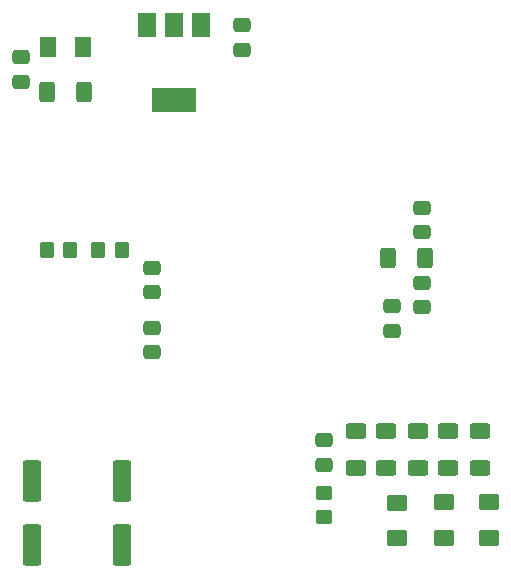
<source format=gtp>
G04 #@! TF.GenerationSoftware,KiCad,Pcbnew,6.0.11-3.fc36*
G04 #@! TF.CreationDate,2023-05-11T19:02:21+09:00*
G04 #@! TF.ProjectId,Tetiduino,54657469-6475-4696-9e6f-2e6b69636164,rev?*
G04 #@! TF.SameCoordinates,Original*
G04 #@! TF.FileFunction,Paste,Top*
G04 #@! TF.FilePolarity,Positive*
%FSLAX46Y46*%
G04 Gerber Fmt 4.6, Leading zero omitted, Abs format (unit mm)*
G04 Created by KiCad (PCBNEW 6.0.11-3.fc36) date 2023-05-11 19:02:21*
%MOMM*%
%LPD*%
G01*
G04 APERTURE LIST*
G04 Aperture macros list*
%AMRoundRect*
0 Rectangle with rounded corners*
0 $1 Rounding radius*
0 $2 $3 $4 $5 $6 $7 $8 $9 X,Y pos of 4 corners*
0 Add a 4 corners polygon primitive as box body*
4,1,4,$2,$3,$4,$5,$6,$7,$8,$9,$2,$3,0*
0 Add four circle primitives for the rounded corners*
1,1,$1+$1,$2,$3*
1,1,$1+$1,$4,$5*
1,1,$1+$1,$6,$7*
1,1,$1+$1,$8,$9*
0 Add four rect primitives between the rounded corners*
20,1,$1+$1,$2,$3,$4,$5,0*
20,1,$1+$1,$4,$5,$6,$7,0*
20,1,$1+$1,$6,$7,$8,$9,0*
20,1,$1+$1,$8,$9,$2,$3,0*%
G04 Aperture macros list end*
%ADD10RoundRect,0.250000X-0.400000X-0.625000X0.400000X-0.625000X0.400000X0.625000X-0.400000X0.625000X0*%
%ADD11RoundRect,0.250000X-0.475000X0.337500X-0.475000X-0.337500X0.475000X-0.337500X0.475000X0.337500X0*%
%ADD12RoundRect,0.250000X-0.550000X1.500000X-0.550000X-1.500000X0.550000X-1.500000X0.550000X1.500000X0*%
%ADD13RoundRect,0.250000X0.475000X-0.337500X0.475000X0.337500X-0.475000X0.337500X-0.475000X-0.337500X0*%
%ADD14RoundRect,0.250001X-0.462499X-0.624999X0.462499X-0.624999X0.462499X0.624999X-0.462499X0.624999X0*%
%ADD15R,1.500000X2.000000*%
%ADD16R,3.800000X2.000000*%
%ADD17RoundRect,0.250001X0.624999X-0.462499X0.624999X0.462499X-0.624999X0.462499X-0.624999X-0.462499X0*%
%ADD18RoundRect,0.250000X-0.350000X-0.450000X0.350000X-0.450000X0.350000X0.450000X-0.350000X0.450000X0*%
%ADD19RoundRect,0.250000X-0.625000X0.400000X-0.625000X-0.400000X0.625000X-0.400000X0.625000X0.400000X0*%
%ADD20RoundRect,0.250000X0.450000X-0.350000X0.450000X0.350000X-0.450000X0.350000X-0.450000X-0.350000X0*%
%ADD21RoundRect,0.250000X0.400000X0.625000X-0.400000X0.625000X-0.400000X-0.625000X0.400000X-0.625000X0*%
%ADD22RoundRect,0.250000X0.625000X-0.400000X0.625000X0.400000X-0.625000X0.400000X-0.625000X-0.400000X0*%
G04 APERTURE END LIST*
D10*
X131520000Y-98997500D03*
X134620000Y-98997500D03*
D11*
X163195000Y-115167500D03*
X163195000Y-117242500D03*
X163195000Y-108817500D03*
X163195000Y-110892500D03*
D12*
X137805000Y-131920000D03*
X137805000Y-137320000D03*
D13*
X147955000Y-95420000D03*
X147955000Y-93345000D03*
X160665000Y-119230000D03*
X160665000Y-117155000D03*
D14*
X131582500Y-95187500D03*
X134557500Y-95187500D03*
D15*
X144540000Y-93370000D03*
D16*
X142240000Y-99670000D03*
D15*
X142240000Y-93370000D03*
X139940000Y-93370000D03*
D13*
X129260000Y-98130000D03*
X129260000Y-96055000D03*
D17*
X165100000Y-136727500D03*
X165100000Y-133752500D03*
D18*
X131444782Y-112405000D03*
X133444782Y-112405000D03*
D19*
X162865000Y-127710000D03*
X162865000Y-130810000D03*
X157620000Y-127710000D03*
X157620000Y-130810000D03*
X160160000Y-127710000D03*
X160160000Y-130810000D03*
D12*
X130175000Y-131920000D03*
X130175000Y-137320000D03*
D20*
X154940000Y-134985000D03*
X154940000Y-132985000D03*
D21*
X163475000Y-113030000D03*
X160375000Y-113030000D03*
D22*
X165405000Y-130810000D03*
X165405000Y-127710000D03*
D13*
X140335000Y-115972500D03*
X140335000Y-113897500D03*
D17*
X168910000Y-136727500D03*
X168910000Y-133752500D03*
D11*
X140335000Y-118977500D03*
X140335000Y-121052500D03*
D17*
X161125000Y-136742500D03*
X161125000Y-133767500D03*
D13*
X154940000Y-130577500D03*
X154940000Y-128502500D03*
D19*
X168110000Y-127710000D03*
X168110000Y-130810000D03*
D18*
X135795218Y-112405000D03*
X137795218Y-112405000D03*
M02*

</source>
